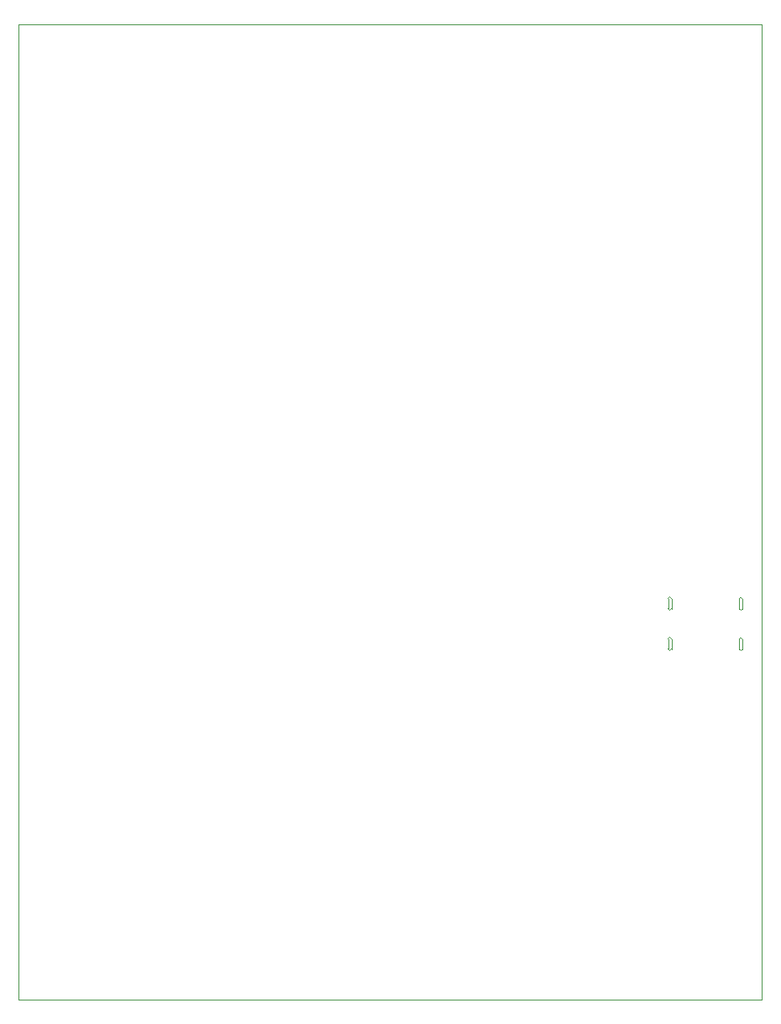
<source format=gbr>
G04 #@! TF.GenerationSoftware,KiCad,Pcbnew,(5.1.2-1)-1*
G04 #@! TF.CreationDate,2020-07-15T14:49:12-04:00*
G04 #@! TF.ProjectId,ArcadeMain,41726361-6465-44d6-9169-6e2e6b696361,rev?*
G04 #@! TF.SameCoordinates,Original*
G04 #@! TF.FileFunction,Profile,NP*
%FSLAX46Y46*%
G04 Gerber Fmt 4.6, Leading zero omitted, Abs format (unit mm)*
G04 Created by KiCad (PCBNEW (5.1.2-1)-1) date 2020-07-15 14:49:12*
%MOMM*%
%LPD*%
G04 APERTURE LIST*
%ADD10C,0.050000*%
%ADD11C,0.100000*%
G04 APERTURE END LIST*
D10*
X133350000Y-132588000D02*
X133350000Y-130810000D01*
X130810000Y-132588000D02*
X133350000Y-132588000D01*
X58420000Y-132588000D02*
X58420000Y-130810000D01*
X58420000Y-125984000D02*
X58420000Y-123190000D01*
X133350000Y-125984000D02*
X133350000Y-123190000D01*
X133350000Y-130810000D02*
X133350000Y-125984000D01*
X58420000Y-125984000D02*
X58420000Y-130810000D01*
X58420000Y-34290000D02*
X58420000Y-123190000D01*
X133350000Y-34290000D02*
X132080000Y-34290000D01*
X130810000Y-132588000D02*
X58420000Y-132588000D01*
X133350000Y-34290000D02*
X133350000Y-123190000D01*
X58420000Y-34290000D02*
X132080000Y-34290000D01*
D11*
X124235000Y-96274000D02*
G75*
G03X124060000Y-96099000I-175000J0D01*
G01*
X124060000Y-96099000D02*
G75*
G03X123885000Y-96274000I0J-175000D01*
G01*
X123885000Y-96274000D02*
X123885000Y-97274000D01*
X123885000Y-97274000D02*
G75*
G03X124060000Y-97449000I175000J0D01*
G01*
X124060000Y-97449000D02*
G75*
G03X124235000Y-97274000I0J175000D01*
G01*
X124235000Y-97274000D02*
X124235000Y-96274000D01*
X131385000Y-96274000D02*
G75*
G03X131210000Y-96099000I-175000J0D01*
G01*
X131210000Y-96099000D02*
G75*
G03X131035000Y-96274000I0J-175000D01*
G01*
X131035000Y-96274000D02*
X131035000Y-97274000D01*
X131035000Y-97274000D02*
G75*
G03X131210000Y-97449000I175000J0D01*
G01*
X131210000Y-97449000D02*
G75*
G03X131385000Y-97274000I0J175000D01*
G01*
X131385000Y-97274000D02*
X131385000Y-96274000D01*
X124235000Y-92210000D02*
G75*
G03X124060000Y-92035000I-175000J0D01*
G01*
X124060000Y-92035000D02*
G75*
G03X123885000Y-92210000I0J-175000D01*
G01*
X123885000Y-92210000D02*
X123885000Y-93210000D01*
X123885000Y-93210000D02*
G75*
G03X124060000Y-93385000I175000J0D01*
G01*
X124060000Y-93385000D02*
G75*
G03X124235000Y-93210000I0J175000D01*
G01*
X124235000Y-93210000D02*
X124235000Y-92210000D01*
X131385000Y-92210000D02*
G75*
G03X131210000Y-92035000I-175000J0D01*
G01*
X131210000Y-92035000D02*
G75*
G03X131035000Y-92210000I0J-175000D01*
G01*
X131035000Y-92210000D02*
X131035000Y-93210000D01*
X131035000Y-93210000D02*
G75*
G03X131210000Y-93385000I175000J0D01*
G01*
X131210000Y-93385000D02*
G75*
G03X131385000Y-93210000I0J175000D01*
G01*
X131385000Y-93210000D02*
X131385000Y-92210000D01*
M02*

</source>
